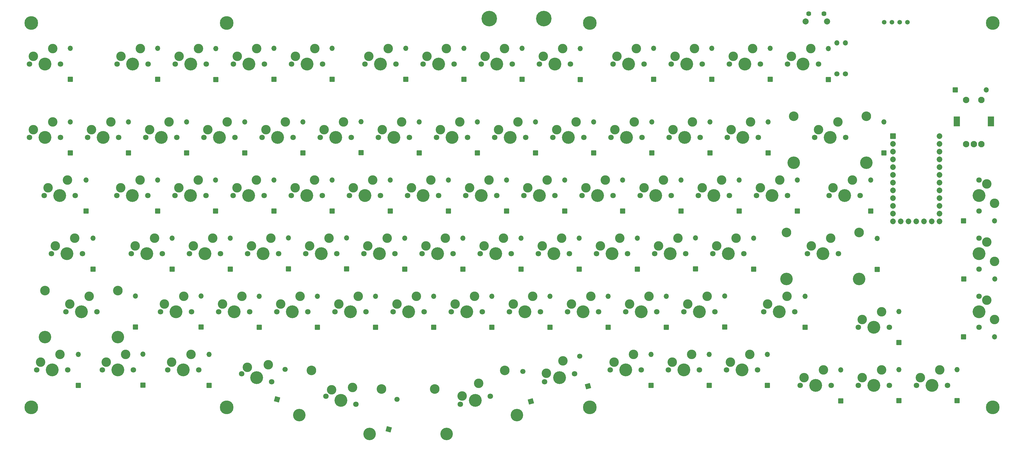
<source format=gbr>
%TF.GenerationSoftware,KiCad,Pcbnew,(6.0.1)*%
%TF.CreationDate,2022-02-07T12:22:45+01:00*%
%TF.ProjectId,middle,6d696464-6c65-42e6-9b69-6361645f7063,rev?*%
%TF.SameCoordinates,Original*%
%TF.FileFunction,Soldermask,Top*%
%TF.FilePolarity,Negative*%
%FSLAX46Y46*%
G04 Gerber Fmt 4.6, Leading zero omitted, Abs format (unit mm)*
G04 Created by KiCad (PCBNEW (6.0.1)) date 2022-02-07 12:22:45*
%MOMM*%
%LPD*%
G01*
G04 APERTURE LIST*
G04 Aperture macros list*
%AMRoundRect*
0 Rectangle with rounded corners*
0 $1 Rounding radius*
0 $2 $3 $4 $5 $6 $7 $8 $9 X,Y pos of 4 corners*
0 Add a 4 corners polygon primitive as box body*
4,1,4,$2,$3,$4,$5,$6,$7,$8,$9,$2,$3,0*
0 Add four circle primitives for the rounded corners*
1,1,$1+$1,$2,$3*
1,1,$1+$1,$4,$5*
1,1,$1+$1,$6,$7*
1,1,$1+$1,$8,$9*
0 Add four rect primitives between the rounded corners*
20,1,$1+$1,$2,$3,$4,$5,0*
20,1,$1+$1,$4,$5,$6,$7,0*
20,1,$1+$1,$6,$7,$8,$9,0*
20,1,$1+$1,$8,$9,$2,$3,0*%
%AMHorizOval*
0 Thick line with rounded ends*
0 $1 width*
0 $2 $3 position (X,Y) of the first rounded end (center of the circle)*
0 $4 $5 position (X,Y) of the second rounded end (center of the circle)*
0 Add line between two ends*
20,1,$1,$2,$3,$4,$5,0*
0 Add two circle primitives to create the rounded ends*
1,1,$1,$2,$3*
1,1,$1,$4,$5*%
G04 Aperture macros list end*
%ADD10RoundRect,0.050000X0.800000X-0.800000X0.800000X0.800000X-0.800000X0.800000X-0.800000X-0.800000X0*%
%ADD11O,1.700000X1.700000*%
%ADD12RoundRect,0.050000X-0.800000X-0.800000X0.800000X-0.800000X0.800000X0.800000X-0.800000X0.800000X0*%
%ADD13RoundRect,0.050000X0.565685X-0.979796X0.979796X0.565685X-0.565685X0.979796X-0.979796X-0.565685X0*%
%ADD14HorizOval,1.700000X0.000000X0.000000X0.000000X0.000000X0*%
%ADD15RoundRect,0.050000X0.979796X-0.565685X0.565685X0.979796X-0.979796X0.565685X-0.565685X-0.979796X0*%
%ADD16HorizOval,1.700000X0.000000X0.000000X0.000000X0.000000X0*%
%ADD17C,1.700000*%
%ADD18C,3.100000*%
%ADD19C,1.800000*%
%ADD20C,4.200000*%
%ADD21C,4.100000*%
%ADD22C,3.150000*%
%ADD23C,1.497000*%
%ADD24RoundRect,0.050000X-0.876300X0.876300X-0.876300X-0.876300X0.876300X-0.876300X0.876300X0.876300X0*%
%ADD25C,1.852600*%
%ADD26C,0.800000*%
%ADD27C,4.500000*%
%ADD28C,2.100000*%
%ADD29RoundRect,0.050000X1.000000X-1.600000X1.000000X1.600000X-1.000000X1.600000X-1.000000X-1.600000X0*%
%ADD30C,5.100000*%
%ADD31C,1.624000*%
%ADD32C,2.000000*%
G04 APERTURE END LIST*
D10*
%TO.C,DA1*%
X103320000Y-99692000D03*
D11*
X103320000Y-89532000D03*
%TD*%
D10*
%TO.C,DA2*%
X122330000Y-99750000D03*
D11*
X122330000Y-89590000D03*
%TD*%
D10*
%TO.C,DA3*%
X141400000Y-99692000D03*
D11*
X141400000Y-89532000D03*
%TD*%
D10*
%TO.C,DA4*%
X160450000Y-99692000D03*
D11*
X160450000Y-89532000D03*
%TD*%
D10*
%TO.C,DA5*%
X184580000Y-99692000D03*
D11*
X184580000Y-89532000D03*
%TD*%
D10*
%TO.C,DA6*%
X203620000Y-99692000D03*
D11*
X203620000Y-89532000D03*
%TD*%
D10*
%TO.C,DA7*%
X222670000Y-99692000D03*
D11*
X222670000Y-89532000D03*
%TD*%
D10*
%TO.C,DA8*%
X241700000Y-99750000D03*
D11*
X241700000Y-89590000D03*
%TD*%
D10*
%TO.C,DA9*%
X265800000Y-99692000D03*
D11*
X265800000Y-89532000D03*
%TD*%
D10*
%TO.C,DA10*%
X284850000Y-99692000D03*
D11*
X284850000Y-89532000D03*
%TD*%
D10*
%TO.C,DA11*%
X303930000Y-99692000D03*
D11*
X303930000Y-89532000D03*
%TD*%
D10*
%TO.C,DA12*%
X322990000Y-99742000D03*
D11*
X322990000Y-89582000D03*
%TD*%
D10*
%TO.C,DB0*%
X74690000Y-123822000D03*
D11*
X74690000Y-113662000D03*
%TD*%
D10*
%TO.C,DB1*%
X93720000Y-123822000D03*
D11*
X93720000Y-113662000D03*
%TD*%
D10*
%TO.C,DB2*%
X112770000Y-123822000D03*
D11*
X112770000Y-113662000D03*
%TD*%
D10*
%TO.C,DB3*%
X131850000Y-123772000D03*
D11*
X131850000Y-113612000D03*
%TD*%
D10*
%TO.C,DB4*%
X150900000Y-123822000D03*
D11*
X150900000Y-113662000D03*
%TD*%
D10*
%TO.C,DB5*%
X169940000Y-123752000D03*
D11*
X169940000Y-113592000D03*
%TD*%
D10*
%TO.C,DB6*%
X188970000Y-123822000D03*
D11*
X188970000Y-113662000D03*
%TD*%
D10*
%TO.C,DB7*%
X208040000Y-123802000D03*
D11*
X208040000Y-113642000D03*
%TD*%
D10*
%TO.C,DB8*%
X227080000Y-123822000D03*
D11*
X227080000Y-113662000D03*
%TD*%
D10*
%TO.C,DB9*%
X246140000Y-123802000D03*
D11*
X246140000Y-113642000D03*
%TD*%
D10*
%TO.C,DB10*%
X265180000Y-123802000D03*
D11*
X265180000Y-113642000D03*
%TD*%
D10*
%TO.C,DB11*%
X284240000Y-123772000D03*
D11*
X284240000Y-113612000D03*
%TD*%
D10*
%TO.C,DB12*%
X303280000Y-123802000D03*
D11*
X303280000Y-113642000D03*
%TD*%
D10*
%TO.C,DB13*%
X341240000Y-123780000D03*
D11*
X341240000Y-113620000D03*
%TD*%
D10*
%TO.C,DC0*%
X79830000Y-142890000D03*
D11*
X79830000Y-132730000D03*
%TD*%
D10*
%TO.C,DC1*%
X103260000Y-142880000D03*
D11*
X103260000Y-132720000D03*
%TD*%
D10*
%TO.C,DC2*%
X122300000Y-142880000D03*
D11*
X122300000Y-132720000D03*
%TD*%
D10*
%TO.C,DC3*%
X141370000Y-142862000D03*
D11*
X141370000Y-132702000D03*
%TD*%
D10*
%TO.C,DC4*%
X160410000Y-142852000D03*
D11*
X160410000Y-132692000D03*
%TD*%
D10*
%TO.C,DC5*%
X179460000Y-142842000D03*
D11*
X179460000Y-132682000D03*
%TD*%
D10*
%TO.C,DC6*%
X198520000Y-142842000D03*
D11*
X198520000Y-132682000D03*
%TD*%
D10*
%TO.C,DC7*%
X217570000Y-142842000D03*
D11*
X217570000Y-132682000D03*
%TD*%
D10*
%TO.C,DC8*%
X236610000Y-142861000D03*
D11*
X236610000Y-132701000D03*
%TD*%
D10*
%TO.C,DC9*%
X255650000Y-142861000D03*
D11*
X255650000Y-132701000D03*
%TD*%
D10*
%TO.C,DC10*%
X274720000Y-142882000D03*
D11*
X274720000Y-132722000D03*
%TD*%
D10*
%TO.C,DC11*%
X293780000Y-142862000D03*
D11*
X293780000Y-132702000D03*
%TD*%
D10*
%TO.C,DC12*%
X312810000Y-142862000D03*
D11*
X312810000Y-132702000D03*
%TD*%
D10*
%TO.C,DC13*%
X336901000Y-142851000D03*
D11*
X336901000Y-132691000D03*
%TD*%
D10*
%TO.C,DD0*%
X82149000Y-161884000D03*
D11*
X82149000Y-151724000D03*
%TD*%
D10*
%TO.C,DD1*%
X108021000Y-161904000D03*
D11*
X108021000Y-151744000D03*
%TD*%
D10*
%TO.C,DD2*%
X127081000Y-161924000D03*
D11*
X127081000Y-151764000D03*
%TD*%
D10*
%TO.C,DD3*%
X146111000Y-161834000D03*
D11*
X146111000Y-151674000D03*
%TD*%
D10*
%TO.C,DD4*%
X165181000Y-161854000D03*
D11*
X165181000Y-151694000D03*
%TD*%
D10*
%TO.C,DD5*%
X184211000Y-161911000D03*
D11*
X184211000Y-151751000D03*
%TD*%
D10*
%TO.C,DD6*%
X203281000Y-161874000D03*
D11*
X203281000Y-151714000D03*
%TD*%
D10*
%TO.C,DD7*%
X222331000Y-161920000D03*
D11*
X222331000Y-151760000D03*
%TD*%
D10*
%TO.C,DD8*%
X241361000Y-161884000D03*
D11*
X241361000Y-151724000D03*
%TD*%
D10*
%TO.C,DD9*%
X260411000Y-161874000D03*
D11*
X260411000Y-151714000D03*
%TD*%
D10*
%TO.C,DD10*%
X279471000Y-161864000D03*
D11*
X279471000Y-151704000D03*
%TD*%
D10*
%TO.C,DD11*%
X298508000Y-161910000D03*
D11*
X298508000Y-151750000D03*
%TD*%
D10*
%TO.C,DD12*%
X339020000Y-162022000D03*
D11*
X339020000Y-151862000D03*
%TD*%
D12*
%TO.C,DD13*%
X367308800Y-146082000D03*
D11*
X377468800Y-146082000D03*
%TD*%
D10*
%TO.C,DE0*%
X96050000Y-180892000D03*
D11*
X96050000Y-170732000D03*
%TD*%
D10*
%TO.C,DE1*%
X117526000Y-180921000D03*
D11*
X117526000Y-170761000D03*
%TD*%
D10*
%TO.C,DE2*%
X136576000Y-180931000D03*
D11*
X136576000Y-170771000D03*
%TD*%
D10*
%TO.C,DE3*%
X155636000Y-180924000D03*
D11*
X155636000Y-170764000D03*
%TD*%
D10*
%TO.C,DE4*%
X174686000Y-181004000D03*
D11*
X174686000Y-170844000D03*
%TD*%
D10*
%TO.C,DE5*%
X193726000Y-180962000D03*
D11*
X193726000Y-170802000D03*
%TD*%
D10*
%TO.C,DE6*%
X212776000Y-180940000D03*
D11*
X212776000Y-170780000D03*
%TD*%
D10*
%TO.C,DE7*%
X231856000Y-180960000D03*
D11*
X231856000Y-170800000D03*
%TD*%
D10*
%TO.C,DE8*%
X250886000Y-180971000D03*
D11*
X250886000Y-170811000D03*
%TD*%
D10*
%TO.C,DE9*%
X269960000Y-180961000D03*
D11*
X269960000Y-170801000D03*
%TD*%
D10*
%TO.C,DE10*%
X289016000Y-180911000D03*
D11*
X289016000Y-170751000D03*
%TD*%
D10*
%TO.C,DE11*%
X315410000Y-180962000D03*
D11*
X315410000Y-170802000D03*
%TD*%
D10*
%TO.C,DF0*%
X77323000Y-200011000D03*
D11*
X77323000Y-189851000D03*
%TD*%
D10*
%TO.C,DF1*%
X98486000Y-199911000D03*
D11*
X98486000Y-189751000D03*
%TD*%
D10*
%TO.C,DF2*%
X120189000Y-200021000D03*
D11*
X120189000Y-189861000D03*
%TD*%
D13*
%TO.C,DF3*%
X142410000Y-204570000D03*
D14*
X145039601Y-194756194D03*
%TD*%
D13*
%TO.C,DF4*%
X179030000Y-214412000D03*
D14*
X181659601Y-204598194D03*
%TD*%
D15*
%TO.C,DF5*%
X225570000Y-205222000D03*
D16*
X222940399Y-195408194D03*
%TD*%
D15*
%TO.C,DF6*%
X244230000Y-200250000D03*
D16*
X241600399Y-190436194D03*
%TD*%
D10*
%TO.C,DF7*%
X264893000Y-200041000D03*
D11*
X264893000Y-189881000D03*
%TD*%
D10*
%TO.C,DF8*%
X283936000Y-199990000D03*
D11*
X283936000Y-189830000D03*
%TD*%
D10*
%TO.C,DF9*%
X302989000Y-200001000D03*
D11*
X302989000Y-189841000D03*
%TD*%
D17*
%TO.C,R1*%
X328593800Y-97918200D03*
D11*
X328593800Y-87758200D03*
%TD*%
D17*
%TO.C,R2*%
X325825200Y-97918200D03*
D11*
X325825200Y-87758200D03*
%TD*%
D18*
%TO.C,KA0*%
X62605000Y-92123999D03*
D19*
X71495000Y-94663999D03*
D18*
X68955000Y-89583999D03*
D20*
X66415000Y-94663999D03*
D19*
X61335000Y-94663999D03*
%TD*%
%TO.C,KA1*%
X89985000Y-94663999D03*
D18*
X91255000Y-92123999D03*
D19*
X100145000Y-94663999D03*
D20*
X95065000Y-94663999D03*
D18*
X97605000Y-89583999D03*
%TD*%
D19*
%TO.C,KA2*%
X119194999Y-94663999D03*
D18*
X116654999Y-89583999D03*
D19*
X109034999Y-94663999D03*
D18*
X110304999Y-92123999D03*
D20*
X114114999Y-94663999D03*
%TD*%
%TO.C,KA3*%
X133165000Y-94663999D03*
D19*
X128085000Y-94663999D03*
D18*
X135705000Y-89583999D03*
X129355000Y-92123999D03*
D19*
X138245000Y-94663999D03*
%TD*%
D18*
%TO.C,KA4*%
X148405000Y-92123999D03*
D20*
X152215000Y-94663999D03*
D19*
X147135000Y-94663999D03*
X157295000Y-94663999D03*
D18*
X154755000Y-89583999D03*
%TD*%
%TO.C,KA5*%
X172505000Y-92123999D03*
D19*
X181395000Y-94663999D03*
D18*
X178855000Y-89583999D03*
D20*
X176315000Y-94663999D03*
D19*
X171235000Y-94663999D03*
%TD*%
D20*
%TO.C,KA6*%
X195365000Y-94663999D03*
D18*
X197905000Y-89583999D03*
D19*
X190285000Y-94663999D03*
D18*
X191555000Y-92123999D03*
D19*
X200445000Y-94663999D03*
%TD*%
%TO.C,KA7*%
X219495000Y-94663999D03*
X209335000Y-94663999D03*
D18*
X210605000Y-92123999D03*
D20*
X214415000Y-94663999D03*
D18*
X216955000Y-89583999D03*
%TD*%
D19*
%TO.C,KA8*%
X228384999Y-94663999D03*
D18*
X236004999Y-89583999D03*
D20*
X233464999Y-94663999D03*
D19*
X238544999Y-94663999D03*
D18*
X229654999Y-92123999D03*
%TD*%
D20*
%TO.C,KA9*%
X257564999Y-94663999D03*
D18*
X253754999Y-92123999D03*
X260104999Y-89583999D03*
D19*
X252484999Y-94663999D03*
X262644999Y-94663999D03*
%TD*%
%TO.C,KA10*%
X271534999Y-94663999D03*
D18*
X272804999Y-92123999D03*
X279154999Y-89583999D03*
D19*
X281694999Y-94663999D03*
D20*
X276614999Y-94663999D03*
%TD*%
D19*
%TO.C,KA11*%
X290584999Y-94663999D03*
D20*
X295664999Y-94663999D03*
D19*
X300744999Y-94663999D03*
D18*
X298204999Y-89583999D03*
X291854999Y-92123999D03*
%TD*%
%TO.C,KA12*%
X310904999Y-92123999D03*
D19*
X319794999Y-94663999D03*
X309634999Y-94663999D03*
D20*
X314714999Y-94663999D03*
D18*
X317254999Y-89583999D03*
%TD*%
D19*
%TO.C,KB0*%
X61335000Y-118763999D03*
D20*
X66415000Y-118763999D03*
D18*
X68955000Y-113683999D03*
X62605000Y-116223999D03*
D19*
X71495000Y-118763999D03*
%TD*%
%TO.C,KB1*%
X80384999Y-118763999D03*
D18*
X81654999Y-116223999D03*
X88004999Y-113683999D03*
D20*
X85464999Y-118763999D03*
D19*
X90544999Y-118763999D03*
%TD*%
D20*
%TO.C,KB2*%
X104514999Y-118763999D03*
D18*
X100704999Y-116223999D03*
X107054999Y-113683999D03*
D19*
X99434999Y-118763999D03*
X109594999Y-118763999D03*
%TD*%
%TO.C,KB3*%
X128645000Y-118763999D03*
D18*
X119755000Y-116223999D03*
X126105000Y-113683999D03*
D19*
X118485000Y-118763999D03*
D20*
X123565000Y-118763999D03*
%TD*%
D19*
%TO.C,KB4*%
X147695000Y-118763999D03*
D20*
X142615000Y-118763999D03*
D18*
X145155000Y-113683999D03*
X138805000Y-116223999D03*
D19*
X137535000Y-118763999D03*
%TD*%
%TO.C,KB5*%
X166745000Y-118763999D03*
D20*
X161665000Y-118763999D03*
D18*
X164205000Y-113683999D03*
D19*
X156585000Y-118763999D03*
D18*
X157855000Y-116223999D03*
%TD*%
D20*
%TO.C,KB6*%
X180715000Y-118763999D03*
D18*
X176905000Y-116223999D03*
X183255000Y-113683999D03*
D19*
X175635000Y-118763999D03*
X185795000Y-118763999D03*
%TD*%
%TO.C,KB7*%
X194685000Y-118763999D03*
D18*
X195955000Y-116223999D03*
D20*
X199765000Y-118763999D03*
D19*
X204845000Y-118763999D03*
D18*
X202305000Y-113683999D03*
%TD*%
D20*
%TO.C,KB9*%
X237865000Y-118763999D03*
D18*
X234055000Y-116223999D03*
X240405000Y-113683999D03*
D19*
X232785000Y-118763999D03*
X242945000Y-118763999D03*
%TD*%
D20*
%TO.C,KB10*%
X256915000Y-118763999D03*
D19*
X261995000Y-118763999D03*
D18*
X253105000Y-116223999D03*
D19*
X251835000Y-118763999D03*
D18*
X259455000Y-113683999D03*
%TD*%
%TO.C,KB11*%
X272154999Y-116223999D03*
D19*
X281044999Y-118763999D03*
X270884999Y-118763999D03*
D18*
X278504999Y-113683999D03*
D20*
X275964999Y-118763999D03*
%TD*%
D18*
%TO.C,KB12*%
X297554999Y-113683999D03*
D19*
X289934999Y-118763999D03*
D18*
X291204999Y-116223999D03*
D19*
X300094999Y-118763999D03*
D20*
X295014999Y-118763999D03*
%TD*%
D19*
%TO.C,KC1*%
X100070000Y-137813999D03*
D18*
X97530000Y-132733999D03*
X91180000Y-135273999D03*
D20*
X94990000Y-137813999D03*
D19*
X89910000Y-137813999D03*
%TD*%
D18*
%TO.C,KC2*%
X110230000Y-135273999D03*
D19*
X108960000Y-137813999D03*
X119120000Y-137813999D03*
D18*
X116580000Y-132733999D03*
D20*
X114040000Y-137813999D03*
%TD*%
D19*
%TO.C,KC3*%
X138170000Y-137813999D03*
D18*
X129280000Y-135273999D03*
X135630000Y-132733999D03*
D20*
X133090000Y-137813999D03*
D19*
X128010000Y-137813999D03*
%TD*%
D18*
%TO.C,KC4*%
X154680000Y-132733999D03*
X148330000Y-135273999D03*
D19*
X157220000Y-137813999D03*
X147060000Y-137813999D03*
D20*
X152140000Y-137813999D03*
%TD*%
D18*
%TO.C,KC5*%
X167380000Y-135273999D03*
D19*
X166110000Y-137813999D03*
D20*
X171190000Y-137813999D03*
D18*
X173730000Y-132733999D03*
D19*
X176270000Y-137813999D03*
%TD*%
%TO.C,KC6*%
X185160000Y-137813999D03*
D18*
X192780000Y-132733999D03*
D19*
X195320000Y-137813999D03*
D18*
X186430000Y-135273999D03*
D20*
X190240000Y-137813999D03*
%TD*%
D19*
%TO.C,KC7*%
X214370000Y-137813999D03*
D18*
X205480000Y-135273999D03*
D20*
X209290000Y-137813999D03*
D18*
X211830000Y-132733999D03*
D19*
X204210000Y-137813999D03*
%TD*%
D18*
%TO.C,KC8*%
X224530000Y-135273999D03*
D19*
X223260000Y-137813999D03*
D20*
X228340000Y-137813999D03*
D18*
X230880000Y-132733999D03*
D19*
X233420000Y-137813999D03*
%TD*%
D20*
%TO.C,KC9*%
X247390000Y-137813999D03*
D19*
X252470000Y-137813999D03*
D18*
X249930000Y-132733999D03*
D19*
X242310000Y-137813999D03*
D18*
X243580000Y-135273999D03*
%TD*%
%TO.C,KC10*%
X262629999Y-135273999D03*
D20*
X266439999Y-137813999D03*
D19*
X261359999Y-137813999D03*
D18*
X268979999Y-132733999D03*
D19*
X271519999Y-137813999D03*
%TD*%
%TO.C,KC11*%
X290569999Y-137813999D03*
D20*
X285489999Y-137813999D03*
D18*
X281679999Y-135273999D03*
X288029999Y-132733999D03*
D19*
X280409999Y-137813999D03*
%TD*%
D18*
%TO.C,KD1*%
X102292500Y-151784000D03*
D19*
X104832500Y-156864000D03*
X94672500Y-156864000D03*
D20*
X99752500Y-156864000D03*
D18*
X95942500Y-154324000D03*
%TD*%
D20*
%TO.C,KD2*%
X118802500Y-156864000D03*
D19*
X123882500Y-156864000D03*
D18*
X114992500Y-154324000D03*
X121342500Y-151784000D03*
D19*
X113722500Y-156864000D03*
%TD*%
D18*
%TO.C,KD3*%
X134042500Y-154324000D03*
X140392500Y-151784000D03*
D20*
X137852500Y-156864000D03*
D19*
X132772500Y-156864000D03*
X142932500Y-156864000D03*
%TD*%
%TO.C,KD4*%
X151822500Y-156864000D03*
D20*
X156902500Y-156864000D03*
D18*
X159442500Y-151784000D03*
X153092500Y-154324000D03*
D19*
X161982500Y-156864000D03*
%TD*%
D20*
%TO.C,KD5*%
X175952500Y-156864000D03*
D18*
X172142500Y-154324000D03*
D19*
X170872500Y-156864000D03*
X181032500Y-156864000D03*
D18*
X178492500Y-151784000D03*
%TD*%
%TO.C,KD6*%
X197542500Y-151784000D03*
D19*
X189922500Y-156864000D03*
D18*
X191192500Y-154324000D03*
D20*
X195002500Y-156864000D03*
D19*
X200082500Y-156864000D03*
%TD*%
D18*
%TO.C,KD7*%
X216592500Y-151784000D03*
D20*
X214052500Y-156864000D03*
D19*
X208972500Y-156864000D03*
D18*
X210242500Y-154324000D03*
D19*
X219132500Y-156864000D03*
%TD*%
D18*
%TO.C,KD8*%
X235642500Y-151784000D03*
D20*
X233102500Y-156864000D03*
D18*
X229292500Y-154324000D03*
D19*
X238182500Y-156864000D03*
X228022500Y-156864000D03*
%TD*%
%TO.C,KD9*%
X257232500Y-156864000D03*
D20*
X252152500Y-156864000D03*
D19*
X247072500Y-156864000D03*
D18*
X248342500Y-154324000D03*
X254692500Y-151784000D03*
%TD*%
D19*
%TO.C,KD10*%
X276282499Y-156864000D03*
D18*
X267392499Y-154324000D03*
D20*
X271202499Y-156864000D03*
D19*
X266122499Y-156864000D03*
D18*
X273742499Y-151784000D03*
%TD*%
%TO.C,KD11*%
X286442499Y-154324000D03*
D19*
X295332499Y-156864000D03*
D20*
X290252499Y-156864000D03*
D18*
X292792499Y-151784000D03*
D19*
X285172499Y-156864000D03*
%TD*%
D18*
%TO.C,KE1*%
X105467500Y-173374000D03*
D20*
X109277500Y-175914000D03*
D19*
X104197500Y-175914000D03*
D18*
X111817500Y-170834000D03*
D19*
X114357500Y-175914000D03*
%TD*%
D18*
%TO.C,KE2*%
X130867500Y-170834000D03*
X124517500Y-173374000D03*
D19*
X133407500Y-175914000D03*
D20*
X128327500Y-175914000D03*
D19*
X123247500Y-175914000D03*
%TD*%
%TO.C,KE3*%
X152457500Y-175914000D03*
D18*
X143567500Y-173374000D03*
D20*
X147377500Y-175914000D03*
D18*
X149917500Y-170834000D03*
D19*
X142297500Y-175914000D03*
%TD*%
D18*
%TO.C,KE4*%
X168967500Y-170834000D03*
D19*
X171507500Y-175914000D03*
D18*
X162617500Y-173374000D03*
D19*
X161347500Y-175914000D03*
D20*
X166427500Y-175914000D03*
%TD*%
D18*
%TO.C,KE5*%
X181667500Y-173374000D03*
D20*
X185477500Y-175914000D03*
D19*
X180397500Y-175914000D03*
D18*
X188017500Y-170834000D03*
D19*
X190557500Y-175914000D03*
%TD*%
%TO.C,KE6*%
X209607500Y-175914000D03*
D20*
X204527500Y-175914000D03*
D19*
X199447500Y-175914000D03*
D18*
X200717500Y-173374000D03*
X207067500Y-170834000D03*
%TD*%
D20*
%TO.C,KE7*%
X223577500Y-175914000D03*
D19*
X218497500Y-175914000D03*
D18*
X226117500Y-170834000D03*
D19*
X228657500Y-175914000D03*
D18*
X219767500Y-173374000D03*
%TD*%
%TO.C,KE8*%
X238817500Y-173374000D03*
D19*
X247707500Y-175914000D03*
D20*
X242627500Y-175914000D03*
D18*
X245167500Y-170834000D03*
D19*
X237547500Y-175914000D03*
%TD*%
D18*
%TO.C,KE9*%
X264217499Y-170834000D03*
D19*
X256597499Y-175914000D03*
D18*
X257867499Y-173374000D03*
D19*
X266757499Y-175914000D03*
D20*
X261677499Y-175914000D03*
%TD*%
%TO.C,KE10*%
X280727499Y-175914000D03*
D18*
X283267499Y-170834000D03*
X276917499Y-173374000D03*
D19*
X275647499Y-175914000D03*
X285807499Y-175914000D03*
%TD*%
D20*
%TO.C,KF1*%
X90227500Y-194964000D03*
D18*
X92767500Y-189884000D03*
X86417500Y-192424000D03*
D19*
X95307500Y-194964000D03*
X85147500Y-194964000D03*
%TD*%
D20*
%TO.C,KF3*%
X135731964Y-197514252D03*
D19*
X140638867Y-198829053D03*
D18*
X132709187Y-194074700D03*
D19*
X130825061Y-196199451D03*
D18*
X139500216Y-193264749D03*
%TD*%
D20*
%TO.C,KF6*%
X234935536Y-197514252D03*
D19*
X239842439Y-196199451D03*
X230028633Y-198829053D03*
D18*
X236074187Y-191949949D03*
X230597958Y-196046901D03*
%TD*%
D20*
%TO.C,KF8*%
X275677500Y-194964000D03*
D19*
X280757500Y-194964000D03*
D18*
X271867500Y-192424000D03*
X278217500Y-189884000D03*
D19*
X270597500Y-194964000D03*
%TD*%
D12*
%TO.C,DA13*%
X364560000Y-103192000D03*
D11*
X374720000Y-103192000D03*
%TD*%
D12*
%TO.C,DE13*%
X367334200Y-165132000D03*
D11*
X377494200Y-165132000D03*
%TD*%
D12*
%TO.C,DF13*%
X367308800Y-184131200D03*
D11*
X377468800Y-184131200D03*
%TD*%
D21*
%TO.C,KB13*%
X311689999Y-127003999D03*
D19*
X328669999Y-118763999D03*
D22*
X335489999Y-111763999D03*
D20*
X323589999Y-118763999D03*
D21*
X335489999Y-127003999D03*
D18*
X326129999Y-113683999D03*
D22*
X311689999Y-111763999D03*
D19*
X318509999Y-118763999D03*
D18*
X319779999Y-116223999D03*
%TD*%
D19*
%TO.C,KC0*%
X76257500Y-137813999D03*
X66097500Y-137813999D03*
D18*
X67367500Y-135273999D03*
D20*
X71177500Y-137813999D03*
D18*
X73717500Y-132733999D03*
%TD*%
%TO.C,KD0*%
X69748750Y-154323999D03*
X76098750Y-151783999D03*
D19*
X68478750Y-156863999D03*
D20*
X73558750Y-156863999D03*
D19*
X78638750Y-156863999D03*
%TD*%
D18*
%TO.C,KE0*%
X74511250Y-173373999D03*
D22*
X90221250Y-168913999D03*
D19*
X83401250Y-175913999D03*
X73241250Y-175913999D03*
D20*
X78321250Y-175913999D03*
D18*
X80861250Y-170833999D03*
D21*
X66421250Y-184153999D03*
D22*
X66421250Y-168913999D03*
D21*
X90221250Y-184153999D03*
%TD*%
D19*
%TO.C,KF0*%
X63716250Y-194964000D03*
D18*
X64986250Y-192424000D03*
X71336250Y-189884000D03*
D19*
X73876250Y-194964000D03*
D20*
X68796250Y-194964000D03*
%TD*%
D18*
%TO.C,KF2*%
X114198749Y-189884000D03*
X107848749Y-192424000D03*
D19*
X116738749Y-194964000D03*
X106578749Y-194964000D03*
D20*
X111658749Y-194964000D03*
%TD*%
D22*
%TO.C,KF4*%
X176639544Y-201228472D03*
D18*
X167101546Y-200660503D03*
D19*
X158426390Y-203595206D03*
D20*
X163333294Y-204910006D03*
D21*
X172695142Y-215949182D03*
D19*
X168240197Y-206224807D03*
D22*
X153650510Y-195068579D03*
D18*
X160310517Y-201470454D03*
D21*
X149706107Y-209789288D03*
%TD*%
D18*
%TO.C,KF5*%
X202996628Y-203442656D03*
D19*
X212241109Y-203595206D03*
D22*
X194027955Y-201228473D03*
D18*
X208472856Y-199345703D03*
D21*
X220961392Y-209789289D03*
D22*
X217016989Y-195068579D03*
D19*
X202427302Y-206224807D03*
D21*
X197972357Y-215949182D03*
D20*
X207334205Y-204910007D03*
%TD*%
D18*
%TO.C,KC12*%
X300729999Y-135273999D03*
X307079999Y-132733999D03*
D20*
X304539999Y-137813999D03*
D19*
X309619999Y-137813999D03*
X299459999Y-137813999D03*
%TD*%
D18*
%TO.C,KC13*%
X324542499Y-135273999D03*
D19*
X323272499Y-137813999D03*
X333432499Y-137813999D03*
D18*
X330892499Y-132733999D03*
D20*
X328352499Y-137813999D03*
%TD*%
D18*
%TO.C,KB8*%
X221355000Y-113683999D03*
D19*
X223895000Y-118763999D03*
D18*
X215005000Y-116223999D03*
D20*
X218815000Y-118763999D03*
D19*
X213735000Y-118763999D03*
%TD*%
D23*
%TO.C,J1*%
X341290000Y-80952000D03*
X343830000Y-80952000D03*
X346370000Y-80952000D03*
X348910000Y-80952000D03*
%TD*%
D24*
%TO.C,U0*%
X344210000Y-118310000D03*
D25*
X344210000Y-120850000D03*
X344210000Y-123390000D03*
X344210000Y-125930000D03*
X344210000Y-128470000D03*
X344210000Y-131010000D03*
X344210000Y-133550000D03*
X344210000Y-136090000D03*
X344210000Y-138630000D03*
X344210000Y-141170000D03*
X344210000Y-143710000D03*
X344210000Y-146250000D03*
X359450000Y-146250000D03*
X359450000Y-143710000D03*
X359450000Y-141170000D03*
X359450000Y-138630000D03*
X359450000Y-136090000D03*
X359450000Y-133550000D03*
X359450000Y-131010000D03*
X359450000Y-128470000D03*
X359450000Y-125930000D03*
X359450000Y-123390000D03*
X359450000Y-120850000D03*
X359450000Y-118310000D03*
X346750000Y-146250000D03*
X349290000Y-146250000D03*
X351830000Y-146250000D03*
X354370000Y-146250000D03*
X356910000Y-146250000D03*
%TD*%
D26*
%TO.C,MountBaseMiddleTop1*%
X63056726Y-80065274D03*
X61890000Y-82882000D03*
X63540000Y-81232000D03*
X60240000Y-81232000D03*
D27*
X61890000Y-81232000D03*
D26*
X61890000Y-79582000D03*
X63056726Y-82398726D03*
X60723274Y-80065274D03*
X60723274Y-82398726D03*
%TD*%
%TO.C,MountBaseMiddleTop2*%
X60723274Y-208398726D03*
X61890000Y-205582000D03*
D27*
X61890000Y-207232000D03*
D26*
X60723274Y-206065274D03*
X61890000Y-208882000D03*
X63056726Y-208398726D03*
X63056726Y-206065274D03*
X60240000Y-207232000D03*
X63540000Y-207232000D03*
%TD*%
%TO.C,MountBaseMiddleTop5*%
X243723274Y-82398726D03*
X243723274Y-80065274D03*
D27*
X244890000Y-81232000D03*
D26*
X246540000Y-81232000D03*
X246056726Y-82398726D03*
X244890000Y-79582000D03*
X244890000Y-82882000D03*
X246056726Y-80065274D03*
X243240000Y-81232000D03*
%TD*%
%TO.C,MountBaseMiddleTop6*%
X243723274Y-206065274D03*
X246056726Y-208398726D03*
X244890000Y-208882000D03*
X243723274Y-208398726D03*
X243240000Y-207232000D03*
X246540000Y-207232000D03*
X246056726Y-206065274D03*
D27*
X244890000Y-207232000D03*
D26*
X244890000Y-205582000D03*
%TD*%
D19*
%TO.C,KD12*%
X316128749Y-156863999D03*
X326288749Y-156863999D03*
D22*
X333108749Y-149863999D03*
X309308749Y-149863999D03*
D20*
X321208749Y-156863999D03*
D21*
X309308749Y-165103999D03*
D18*
X317398749Y-154323999D03*
D21*
X333108749Y-165103999D03*
D18*
X323748749Y-151783999D03*
%TD*%
D19*
%TO.C,KE11*%
X301841249Y-175914000D03*
D18*
X309461249Y-170834000D03*
X303111249Y-173374000D03*
D19*
X312001249Y-175914000D03*
D20*
X306921249Y-175914000D03*
%TD*%
D18*
%TO.C,KF7*%
X252817499Y-192424000D03*
D19*
X261707499Y-194964000D03*
D18*
X259167499Y-189884000D03*
D20*
X256627499Y-194964000D03*
D19*
X251547499Y-194964000D03*
%TD*%
D18*
%TO.C,KF9*%
X297267500Y-189884000D03*
D20*
X294727500Y-194964000D03*
D19*
X299807500Y-194964000D03*
X289647500Y-194964000D03*
D18*
X290917500Y-192424000D03*
%TD*%
%TO.C,KF12*%
X353117499Y-197473999D03*
X359467499Y-194933999D03*
D19*
X351847499Y-200013999D03*
X362007499Y-200013999D03*
D20*
X356927499Y-200013999D03*
%TD*%
D19*
%TO.C,KF11*%
X332797500Y-200013999D03*
D18*
X340417500Y-194933999D03*
D19*
X342957500Y-200013999D03*
D20*
X337877500Y-200013999D03*
D18*
X334067500Y-197473999D03*
%TD*%
%TO.C,KF10*%
X315017500Y-197473999D03*
D20*
X318827500Y-200013999D03*
D19*
X323907500Y-200013999D03*
X313747500Y-200013999D03*
D18*
X321367500Y-194933999D03*
%TD*%
D19*
%TO.C,KE12*%
X342957499Y-180963999D03*
X332797499Y-180963999D03*
D18*
X340417499Y-175883999D03*
D20*
X337877499Y-180963999D03*
D18*
X334067499Y-178423999D03*
%TD*%
D10*
%TO.C,DE12*%
X346151000Y-185970000D03*
D11*
X346151000Y-175810000D03*
%TD*%
D10*
%TO.C,DF12*%
X365171000Y-205040000D03*
D11*
X365171000Y-194880000D03*
%TD*%
D10*
%TO.C,DF11*%
X346141000Y-205023000D03*
D11*
X346141000Y-194863000D03*
%TD*%
D10*
%TO.C,DF10*%
X327091000Y-205060000D03*
D11*
X327091000Y-194900000D03*
%TD*%
D10*
%TO.C,DA0*%
X74650000Y-99692000D03*
D11*
X74650000Y-89532000D03*
%TD*%
D26*
%TO.C,MountBaseMiddleTop8*%
X376890000Y-205582000D03*
X375240000Y-207232000D03*
X375723274Y-206065274D03*
X378540000Y-207232000D03*
D27*
X376890000Y-207232000D03*
D26*
X375723274Y-208398726D03*
X378056726Y-206065274D03*
X378056726Y-208398726D03*
X376890000Y-208882000D03*
%TD*%
%TO.C,MountBaseMiddleTop7*%
X378056726Y-82398726D03*
X376890000Y-79582000D03*
X378056726Y-80065274D03*
D27*
X376890000Y-81232000D03*
D26*
X376890000Y-82882000D03*
X378540000Y-81232000D03*
X375723274Y-82398726D03*
X375240000Y-81232000D03*
X375723274Y-80065274D03*
%TD*%
D19*
%TO.C,KD13*%
X372364999Y-142893999D03*
D18*
X374904999Y-134003999D03*
D20*
X372364999Y-137813999D03*
D19*
X372364999Y-132733999D03*
D18*
X377444999Y-140353999D03*
%TD*%
D20*
%TO.C,KE13*%
X372364999Y-156864000D03*
D18*
X377444999Y-159404000D03*
D19*
X372364999Y-151784000D03*
X372364999Y-161944000D03*
D18*
X374904999Y-153054000D03*
%TD*%
D20*
%TO.C,KF13*%
X372364999Y-175914000D03*
D19*
X372364999Y-180994000D03*
D18*
X374904999Y-172104000D03*
D19*
X372364999Y-170834000D03*
D18*
X377444999Y-178454000D03*
%TD*%
D28*
%TO.C,SW99*%
X368150000Y-120962000D03*
X373150000Y-120962000D03*
X370650000Y-120962000D03*
D29*
X365050000Y-113462000D03*
X376250000Y-113462000D03*
D28*
X373150000Y-106462000D03*
X368150000Y-106462000D03*
%TD*%
D30*
%TO.C,MountMiddle0*%
X229811200Y-79783900D03*
X211951900Y-79783900D03*
%TD*%
D26*
%TO.C,MountBaseMiddleTop4*%
X125890000Y-208882000D03*
X124723274Y-206065274D03*
X127056726Y-206065274D03*
X124240000Y-207232000D03*
X124723274Y-208398726D03*
X125890000Y-205582000D03*
X127540000Y-207232000D03*
X127056726Y-208398726D03*
D27*
X125890000Y-207232000D03*
%TD*%
D26*
%TO.C,MountBaseMiddleTop3*%
X127540000Y-81232000D03*
X124240000Y-81232000D03*
X124723274Y-80065274D03*
X127056726Y-82398726D03*
X124723274Y-82398726D03*
D27*
X125890000Y-81232000D03*
D26*
X125890000Y-82882000D03*
X125890000Y-79582000D03*
X127056726Y-80065274D03*
%TD*%
D31*
%TO.C,RSW0*%
X316550000Y-78182000D03*
X321550000Y-78182000D03*
D32*
X322550000Y-80682000D03*
X315550000Y-80682000D03*
%TD*%
M02*

</source>
